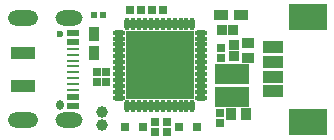
<source format=gts>
G04*
G04 #@! TF.GenerationSoftware,Altium Limited,Altium Designer,22.10.1 (41)*
G04*
G04 Layer_Color=8388736*
%FSLAX44Y44*%
%MOMM*%
G71*
G04*
G04 #@! TF.SameCoordinates,6AC466C0-41EF-44D2-8528-C36EB44BF29F*
G04*
G04*
G04 #@! TF.FilePolarity,Negative*
G04*
G01*
G75*
%ADD13R,2.0000X1.0000*%
%ADD14R,1.0000X0.2700*%
%ADD15R,1.0000X0.5200*%
%ADD27R,0.8000X0.8000*%
%ADD32R,0.5153X0.4725*%
%ADD33R,0.9032X1.1532*%
%ADD34R,0.7032X0.6532*%
%ADD35R,0.7532X0.7532*%
%ADD36R,1.1532X0.9032*%
%ADD37R,0.9632X0.9232*%
%ADD38R,3.2032X2.3032*%
%ADD39R,1.8032X1.0032*%
%ADD40C,0.9902*%
%ADD41R,2.9032X1.7032*%
%ADD42R,1.0532X0.9532*%
%ADD43R,0.9532X1.0532*%
%ADD44R,0.7532X0.7532*%
%ADD45R,0.9232X0.9632*%
%ADD46R,5.8032X5.8032*%
%ADD47O,0.4532X1.1032*%
%ADD48O,1.1032X0.4532*%
G04:AMPARAMS|DCode=49|XSize=0.85mm|YSize=0.6mm|CornerRadius=0.3mm|HoleSize=0mm|Usage=FLASHONLY|Rotation=270.000|XOffset=0mm|YOffset=0mm|HoleType=Round|Shape=RoundedRectangle|*
%AMROUNDEDRECTD49*
21,1,0.8500,0.0000,0,0,270.0*
21,1,0.2500,0.6000,0,0,270.0*
1,1,0.6000,0.0000,-0.1250*
1,1,0.6000,0.0000,0.1250*
1,1,0.6000,0.0000,0.1250*
1,1,0.6000,0.0000,-0.1250*
%
%ADD49ROUNDEDRECTD49*%
%ADD50C,0.6000*%
G04:AMPARAMS|DCode=51|XSize=1.3mm|YSize=2.6mm|CornerRadius=0.65mm|HoleSize=0mm|Usage=FLASHONLY|Rotation=270.000|XOffset=0mm|YOffset=0mm|HoleType=Round|Shape=RoundedRectangle|*
%AMROUNDEDRECTD51*
21,1,1.3000,1.3000,0,0,270.0*
21,1,0.0000,2.6000,0,0,270.0*
1,1,1.3000,-0.6500,0.0000*
1,1,1.3000,-0.6500,0.0000*
1,1,1.3000,0.6500,0.0000*
1,1,1.3000,0.6500,0.0000*
%
%ADD51ROUNDEDRECTD51*%
G04:AMPARAMS|DCode=52|XSize=1.3mm|YSize=2.3mm|CornerRadius=0.65mm|HoleSize=0mm|Usage=FLASHONLY|Rotation=270.000|XOffset=0mm|YOffset=0mm|HoleType=Round|Shape=RoundedRectangle|*
%AMROUNDEDRECTD52*
21,1,1.3000,1.0000,0,0,270.0*
21,1,0.0000,2.3000,0,0,270.0*
1,1,1.3000,-0.5000,0.0000*
1,1,1.3000,-0.5000,0.0000*
1,1,1.3000,0.5000,0.0000*
1,1,1.3000,0.5000,0.0000*
%
%ADD52ROUNDEDRECTD52*%
%ADD53C,0.7032*%
D13*
X-10040Y-14016D02*
D03*
Y13984D02*
D03*
D14*
X31960Y-17516D02*
D03*
Y-12516D02*
D03*
Y-7516D02*
D03*
Y-2517D02*
D03*
Y2483D02*
D03*
Y7484D02*
D03*
Y12484D02*
D03*
Y17484D02*
D03*
D15*
Y-23516D02*
D03*
Y-31016D02*
D03*
Y23484D02*
D03*
Y30984D02*
D03*
D27*
X122081Y-48467D02*
D03*
X137081D02*
D03*
X76074Y-48514D02*
D03*
X91074D02*
D03*
D32*
X50214Y46000D02*
D03*
X57786D02*
D03*
D33*
X50212Y13726D02*
D03*
Y30226D02*
D03*
D34*
X52321Y-10414D02*
D03*
X59821D02*
D03*
X52321Y-1911D02*
D03*
X59821D02*
D03*
D35*
X80630Y50058D02*
D03*
X89629D02*
D03*
X99132D02*
D03*
X108132D02*
D03*
D36*
X157612Y46293D02*
D03*
X174112D02*
D03*
D37*
X157926Y33441D02*
D03*
X167726D02*
D03*
D38*
X230733Y44250D02*
D03*
Y-44250D02*
D03*
D39*
X201733Y18750D02*
D03*
Y6250D02*
D03*
Y-6250D02*
D03*
Y-18750D02*
D03*
D40*
X56642Y-35814D02*
D03*
Y-47244D02*
D03*
D41*
X166326Y-4064D02*
D03*
Y-23064D02*
D03*
D42*
X179977Y22188D02*
D03*
Y9689D02*
D03*
D43*
X166079Y-37567D02*
D03*
X178579D02*
D03*
D44*
X101826Y-44217D02*
D03*
Y-53217D02*
D03*
X111329Y-44217D02*
D03*
Y-53217D02*
D03*
X156326Y-36567D02*
D03*
Y-45567D02*
D03*
X156972Y9438D02*
D03*
Y18439D02*
D03*
D45*
X167974Y11039D02*
D03*
Y20838D02*
D03*
D46*
X105574Y3556D02*
D03*
D47*
X133074Y-30944D02*
D03*
X128074D02*
D03*
X123074D02*
D03*
X118074D02*
D03*
X113074D02*
D03*
X108074D02*
D03*
X103074D02*
D03*
X98074D02*
D03*
X93074D02*
D03*
X88074D02*
D03*
X83074D02*
D03*
X78074D02*
D03*
Y38056D02*
D03*
X83074D02*
D03*
X88074D02*
D03*
X93074D02*
D03*
X98074D02*
D03*
X103074D02*
D03*
X108074D02*
D03*
X113074D02*
D03*
X118074D02*
D03*
X123074D02*
D03*
X128074D02*
D03*
X133074D02*
D03*
D48*
X71074Y-23944D02*
D03*
Y-18944D02*
D03*
Y-13944D02*
D03*
Y-8944D02*
D03*
Y-3944D02*
D03*
Y1056D02*
D03*
Y6056D02*
D03*
Y11056D02*
D03*
Y16056D02*
D03*
Y21056D02*
D03*
Y26056D02*
D03*
Y31056D02*
D03*
X140074D02*
D03*
Y26056D02*
D03*
Y21056D02*
D03*
Y16056D02*
D03*
Y11056D02*
D03*
Y6056D02*
D03*
Y1056D02*
D03*
Y-3944D02*
D03*
Y-8944D02*
D03*
Y-13944D02*
D03*
Y-18944D02*
D03*
Y-23944D02*
D03*
D49*
X20960Y-30017D02*
D03*
D50*
Y29983D02*
D03*
D51*
X-10040Y-43217D02*
D03*
Y43183D02*
D03*
D52*
X28210Y-43217D02*
D03*
Y43183D02*
D03*
D53*
X83574Y25556D02*
D03*
X94574D02*
D03*
X105574D02*
D03*
X116574D02*
D03*
X127574D02*
D03*
X83574Y14556D02*
D03*
X94574D02*
D03*
X105574D02*
D03*
X116574D02*
D03*
X127574D02*
D03*
X83574Y3556D02*
D03*
X94574D02*
D03*
X105574D02*
D03*
X116574D02*
D03*
X127574D02*
D03*
X83574Y-7444D02*
D03*
X94574D02*
D03*
X105574D02*
D03*
X116574D02*
D03*
X127574D02*
D03*
X83574Y-18444D02*
D03*
X94574D02*
D03*
X105574D02*
D03*
X116574D02*
D03*
X127574D02*
D03*
M02*

</source>
